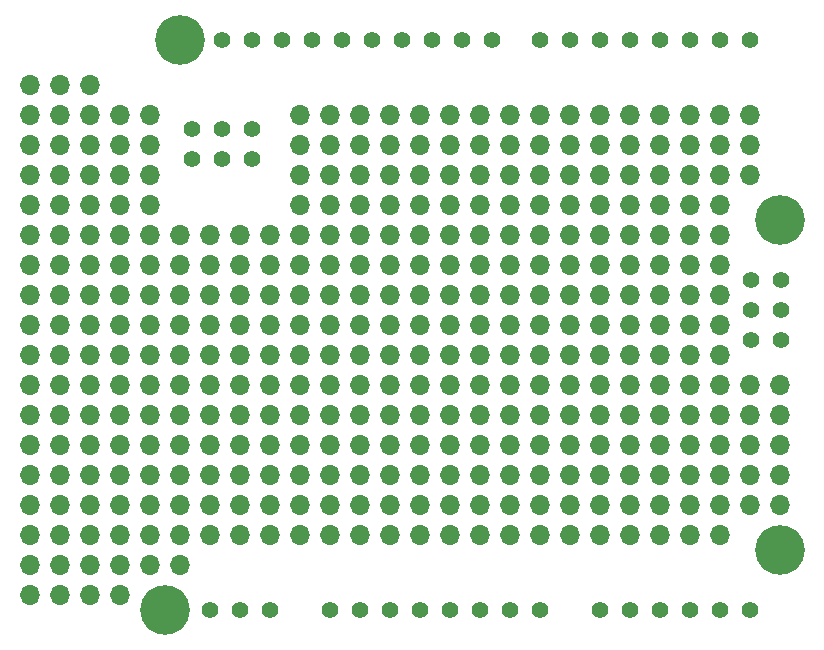
<source format=gbr>
%TF.GenerationSoftware,KiCad,Pcbnew,(6.0.10)*%
%TF.CreationDate,2023-07-13T12:22:52-04:00*%
%TF.ProjectId,ArduinoUnoR4Shield,41726475-696e-46f5-956e-6f5234536869,1.0*%
%TF.SameCoordinates,Original*%
%TF.FileFunction,Soldermask,Bot*%
%TF.FilePolarity,Negative*%
%FSLAX46Y46*%
G04 Gerber Fmt 4.6, Leading zero omitted, Abs format (unit mm)*
G04 Created by KiCad (PCBNEW (6.0.10)) date 2023-07-13 12:22:52*
%MOMM*%
%LPD*%
G01*
G04 APERTURE LIST*
%ADD10O,1.700000X1.700000*%
%ADD11C,1.422000*%
%ADD12C,4.199890*%
G04 APERTURE END LIST*
D10*
%TO.C,REF\u002A\u002A*%
X109220000Y-90170000D03*
X111760000Y-90170000D03*
X114300000Y-90170000D03*
X116840000Y-90170000D03*
X119380000Y-90170000D03*
X121920000Y-90170000D03*
X124460000Y-90170000D03*
X127000000Y-90170000D03*
X129540000Y-90170000D03*
X132080000Y-90170000D03*
X134620000Y-90170000D03*
X137160000Y-90170000D03*
X139700000Y-90170000D03*
X142240000Y-90170000D03*
X144780000Y-90170000D03*
X147320000Y-90170000D03*
X149860000Y-90170000D03*
X152400000Y-90170000D03*
X154940000Y-90170000D03*
X157480000Y-90170000D03*
X160020000Y-90170000D03*
X162560000Y-90170000D03*
X165100000Y-90170000D03*
X167640000Y-90170000D03*
%TD*%
%TO.C,REF\u002A\u002A*%
X109220000Y-97790000D03*
X111760000Y-97790000D03*
X114300000Y-97790000D03*
X116840000Y-97790000D03*
X119380000Y-97790000D03*
X121920000Y-97790000D03*
X124460000Y-97790000D03*
X127000000Y-97790000D03*
X129540000Y-97790000D03*
X132080000Y-97790000D03*
X134620000Y-97790000D03*
X137160000Y-97790000D03*
X139700000Y-97790000D03*
X142240000Y-97790000D03*
X144780000Y-97790000D03*
X147320000Y-97790000D03*
X149860000Y-97790000D03*
X152400000Y-97790000D03*
X154940000Y-97790000D03*
X157480000Y-97790000D03*
X160020000Y-97790000D03*
X162560000Y-97790000D03*
X165100000Y-97790000D03*
X167640000Y-97790000D03*
X170180000Y-97790000D03*
X172720000Y-97790000D03*
%TD*%
D11*
%TO.C,U1*%
X124474990Y-116840010D03*
X127014990Y-116840010D03*
X129554990Y-116840010D03*
%TD*%
D10*
%TO.C,REF\u002A\u002A*%
X109220000Y-77470000D03*
X111760000Y-77470000D03*
X114300000Y-77470000D03*
X116840000Y-77470000D03*
X119380000Y-77470000D03*
X132080000Y-77470000D03*
X134620000Y-77470000D03*
X137160000Y-77470000D03*
X139700000Y-77470000D03*
X142240000Y-77470000D03*
X144780000Y-77470000D03*
X147320000Y-77470000D03*
X149860000Y-77470000D03*
X152400000Y-77470000D03*
X154940000Y-77470000D03*
X157480000Y-77470000D03*
X160020000Y-77470000D03*
X162560000Y-77470000D03*
X165100000Y-77470000D03*
X167640000Y-77470000D03*
X170180000Y-77470000D03*
%TD*%
%TO.C,REF\u002A\u002A*%
X109220000Y-85090000D03*
X111760000Y-85090000D03*
X114300000Y-85090000D03*
X116840000Y-85090000D03*
X119380000Y-85090000D03*
X121920000Y-85090000D03*
X124460000Y-85090000D03*
X127000000Y-85090000D03*
X129540000Y-85090000D03*
X132080000Y-85090000D03*
X134620000Y-85090000D03*
X137160000Y-85090000D03*
X139700000Y-85090000D03*
X142240000Y-85090000D03*
X144780000Y-85090000D03*
X147320000Y-85090000D03*
X149860000Y-85090000D03*
X152400000Y-85090000D03*
X154940000Y-85090000D03*
X157480000Y-85090000D03*
X160020000Y-85090000D03*
X162560000Y-85090000D03*
X165100000Y-85090000D03*
X167640000Y-85090000D03*
%TD*%
D11*
%TO.C,U5*%
X170301990Y-88915010D03*
X172841990Y-88915010D03*
X170301990Y-91455010D03*
X172841990Y-91455010D03*
X170301990Y-93995010D03*
X172841990Y-93995010D03*
%TD*%
D10*
%TO.C,REF\u002A\u002A*%
X109220000Y-102870000D03*
X111760000Y-102870000D03*
X114300000Y-102870000D03*
X116840000Y-102870000D03*
X119380000Y-102870000D03*
X121920000Y-102870000D03*
X124460000Y-102870000D03*
X127000000Y-102870000D03*
X129540000Y-102870000D03*
X132080000Y-102870000D03*
X134620000Y-102870000D03*
X137160000Y-102870000D03*
X139700000Y-102870000D03*
X142240000Y-102870000D03*
X144780000Y-102870000D03*
X147320000Y-102870000D03*
X149860000Y-102870000D03*
X152400000Y-102870000D03*
X154940000Y-102870000D03*
X157480000Y-102870000D03*
X160020000Y-102870000D03*
X162560000Y-102870000D03*
X165100000Y-102870000D03*
X167640000Y-102870000D03*
X170180000Y-102870000D03*
X172720000Y-102870000D03*
%TD*%
%TO.C,REF\u002A\u002A*%
X109220000Y-113030000D03*
X111760000Y-113030000D03*
X114300000Y-113030000D03*
X116840000Y-113030000D03*
X119380000Y-113030000D03*
X121920000Y-113030000D03*
%TD*%
%TO.C,REF\u002A\u002A*%
X109220000Y-115570000D03*
X111760000Y-115570000D03*
X114300000Y-115570000D03*
X116840000Y-115570000D03*
%TD*%
%TO.C,REF\u002A\u002A*%
X109220000Y-100330000D03*
X111760000Y-100330000D03*
X114300000Y-100330000D03*
X116840000Y-100330000D03*
X119380000Y-100330000D03*
X121920000Y-100330000D03*
X124460000Y-100330000D03*
X127000000Y-100330000D03*
X129540000Y-100330000D03*
X132080000Y-100330000D03*
X134620000Y-100330000D03*
X137160000Y-100330000D03*
X139700000Y-100330000D03*
X142240000Y-100330000D03*
X144780000Y-100330000D03*
X147320000Y-100330000D03*
X149860000Y-100330000D03*
X152400000Y-100330000D03*
X154940000Y-100330000D03*
X157480000Y-100330000D03*
X160020000Y-100330000D03*
X162560000Y-100330000D03*
X165100000Y-100330000D03*
X167640000Y-100330000D03*
X170180000Y-100330000D03*
X172720000Y-100330000D03*
%TD*%
%TO.C,REF\u002A\u002A*%
X109220000Y-105410000D03*
X111760000Y-105410000D03*
X114300000Y-105410000D03*
X116840000Y-105410000D03*
X119380000Y-105410000D03*
X121920000Y-105410000D03*
X124460000Y-105410000D03*
X127000000Y-105410000D03*
X129540000Y-105410000D03*
X132080000Y-105410000D03*
X134620000Y-105410000D03*
X137160000Y-105410000D03*
X139700000Y-105410000D03*
X142240000Y-105410000D03*
X144780000Y-105410000D03*
X147320000Y-105410000D03*
X149860000Y-105410000D03*
X152400000Y-105410000D03*
X154940000Y-105410000D03*
X157480000Y-105410000D03*
X160020000Y-105410000D03*
X162560000Y-105410000D03*
X165100000Y-105410000D03*
X167640000Y-105410000D03*
X170180000Y-105410000D03*
X172720000Y-105410000D03*
%TD*%
%TO.C,REF\u002A\u002A*%
X109220000Y-87630000D03*
X111760000Y-87630000D03*
X114300000Y-87630000D03*
X116840000Y-87630000D03*
X119380000Y-87630000D03*
X121920000Y-87630000D03*
X124460000Y-87630000D03*
X127000000Y-87630000D03*
X129540000Y-87630000D03*
X132080000Y-87630000D03*
X134620000Y-87630000D03*
X137160000Y-87630000D03*
X139700000Y-87630000D03*
X142240000Y-87630000D03*
X144780000Y-87630000D03*
X147320000Y-87630000D03*
X149860000Y-87630000D03*
X152400000Y-87630000D03*
X154940000Y-87630000D03*
X157480000Y-87630000D03*
X160020000Y-87630000D03*
X162560000Y-87630000D03*
X165100000Y-87630000D03*
X167640000Y-87630000D03*
%TD*%
%TO.C,REF\u002A\u002A*%
X109220000Y-92710000D03*
X111760000Y-92710000D03*
X114300000Y-92710000D03*
X116840000Y-92710000D03*
X119380000Y-92710000D03*
X121920000Y-92710000D03*
X124460000Y-92710000D03*
X127000000Y-92710000D03*
X129540000Y-92710000D03*
X132080000Y-92710000D03*
X134620000Y-92710000D03*
X137160000Y-92710000D03*
X139700000Y-92710000D03*
X142240000Y-92710000D03*
X144780000Y-92710000D03*
X147320000Y-92710000D03*
X149860000Y-92710000D03*
X152400000Y-92710000D03*
X154940000Y-92710000D03*
X157480000Y-92710000D03*
X160020000Y-92710000D03*
X162560000Y-92710000D03*
X165100000Y-92710000D03*
X167640000Y-92710000D03*
%TD*%
D12*
%TO.C,H1*%
X172720000Y-83820010D03*
%TD*%
D10*
%TO.C,REF\u002A\u002A*%
X109220000Y-72390000D03*
X111760000Y-72390000D03*
X114300000Y-72390000D03*
%TD*%
%TO.C,REF\u002A\u002A*%
X109220000Y-110490000D03*
X111760000Y-110490000D03*
X114300000Y-110490000D03*
X116840000Y-110490000D03*
X119380000Y-110490000D03*
X121920000Y-110490000D03*
X124460000Y-110490000D03*
X127000000Y-110490000D03*
X129540000Y-110490000D03*
X132080000Y-110490000D03*
X134620000Y-110490000D03*
X137160000Y-110490000D03*
X139700000Y-110490000D03*
X142240000Y-110490000D03*
X144780000Y-110490000D03*
X147320000Y-110490000D03*
X149860000Y-110490000D03*
X152400000Y-110490000D03*
X154940000Y-110490000D03*
X157480000Y-110490000D03*
X160020000Y-110490000D03*
X162560000Y-110490000D03*
X165100000Y-110490000D03*
X167640000Y-110490000D03*
%TD*%
D11*
%TO.C,U7*%
X152399990Y-68580010D03*
X154939990Y-68580010D03*
X157479990Y-68580010D03*
X160019990Y-68580010D03*
X162559990Y-68580010D03*
X165099990Y-68580010D03*
X167639990Y-68580010D03*
X170179990Y-68580010D03*
%TD*%
D10*
%TO.C,REF\u002A\u002A*%
X109220000Y-107950000D03*
X111760000Y-107950000D03*
X114300000Y-107950000D03*
X116840000Y-107950000D03*
X119380000Y-107950000D03*
X121920000Y-107950000D03*
X124460000Y-107950000D03*
X127000000Y-107950000D03*
X129540000Y-107950000D03*
X132080000Y-107950000D03*
X134620000Y-107950000D03*
X137160000Y-107950000D03*
X139700000Y-107950000D03*
X142240000Y-107950000D03*
X144780000Y-107950000D03*
X147320000Y-107950000D03*
X149860000Y-107950000D03*
X152400000Y-107950000D03*
X154940000Y-107950000D03*
X157480000Y-107950000D03*
X160020000Y-107950000D03*
X162560000Y-107950000D03*
X165100000Y-107950000D03*
X167640000Y-107950000D03*
X170180000Y-107950000D03*
X172720000Y-107950000D03*
%TD*%
D11*
%TO.C,U6*%
X125476000Y-68580000D03*
X128016000Y-68580000D03*
X130556000Y-68580000D03*
X133096000Y-68580000D03*
X135636000Y-68580000D03*
X138176000Y-68580000D03*
X140716000Y-68580000D03*
X143256000Y-68580000D03*
X145796000Y-68580000D03*
X148336000Y-68580000D03*
%TD*%
D12*
%TO.C,H4*%
X120650000Y-116840000D03*
%TD*%
D10*
%TO.C,REF\u002A\u002A*%
X109220000Y-95250000D03*
X111760000Y-95250000D03*
X114300000Y-95250000D03*
X116840000Y-95250000D03*
X119380000Y-95250000D03*
X121920000Y-95250000D03*
X124460000Y-95250000D03*
X127000000Y-95250000D03*
X129540000Y-95250000D03*
X132080000Y-95250000D03*
X134620000Y-95250000D03*
X137160000Y-95250000D03*
X139700000Y-95250000D03*
X142240000Y-95250000D03*
X144780000Y-95250000D03*
X147320000Y-95250000D03*
X149860000Y-95250000D03*
X152400000Y-95250000D03*
X154940000Y-95250000D03*
X157480000Y-95250000D03*
X160020000Y-95250000D03*
X162560000Y-95250000D03*
X165100000Y-95250000D03*
X167640000Y-95250000D03*
%TD*%
%TO.C,REF\u002A\u002A*%
X109220000Y-80010000D03*
X111760000Y-80010000D03*
X114300000Y-80010000D03*
X116840000Y-80010000D03*
X119380000Y-80010000D03*
X132080000Y-80010000D03*
X134620000Y-80010000D03*
X137160000Y-80010000D03*
X139700000Y-80010000D03*
X142240000Y-80010000D03*
X144780000Y-80010000D03*
X147320000Y-80010000D03*
X149860000Y-80010000D03*
X152400000Y-80010000D03*
X154940000Y-80010000D03*
X157480000Y-80010000D03*
X160020000Y-80010000D03*
X162560000Y-80010000D03*
X165100000Y-80010000D03*
X167640000Y-80010000D03*
X170180000Y-80010000D03*
%TD*%
D11*
%TO.C,U3*%
X157480000Y-116840000D03*
X160020000Y-116840000D03*
X162560000Y-116840000D03*
X165100000Y-116840000D03*
X167640000Y-116840000D03*
X170180000Y-116840000D03*
%TD*%
%TO.C,U2*%
X134620000Y-116840000D03*
X137160000Y-116840000D03*
X139700000Y-116840000D03*
X142240000Y-116840000D03*
X144780000Y-116840000D03*
X147320000Y-116840000D03*
X149860000Y-116840000D03*
X152400000Y-116840000D03*
%TD*%
D12*
%TO.C,H2*%
X121919990Y-68580010D03*
%TD*%
D10*
%TO.C,REF\u002A\u002A*%
X109220000Y-74930000D03*
X111760000Y-74930000D03*
X114300000Y-74930000D03*
X116840000Y-74930000D03*
X119380000Y-74930000D03*
X132080000Y-74930000D03*
X134620000Y-74930000D03*
X137160000Y-74930000D03*
X139700000Y-74930000D03*
X142240000Y-74930000D03*
X144780000Y-74930000D03*
X147320000Y-74930000D03*
X149860000Y-74930000D03*
X152400000Y-74930000D03*
X154940000Y-74930000D03*
X157480000Y-74930000D03*
X160020000Y-74930000D03*
X162560000Y-74930000D03*
X165100000Y-74930000D03*
X167640000Y-74930000D03*
X170180000Y-74930000D03*
%TD*%
%TO.C,REF\u002A\u002A*%
X109220000Y-82550000D03*
X111760000Y-82550000D03*
X114300000Y-82550000D03*
X116840000Y-82550000D03*
X119380000Y-82550000D03*
X132080000Y-82550000D03*
X134620000Y-82550000D03*
X137160000Y-82550000D03*
X139700000Y-82550000D03*
X142240000Y-82550000D03*
X144780000Y-82550000D03*
X147320000Y-82550000D03*
X149860000Y-82550000D03*
X152400000Y-82550000D03*
X154940000Y-82550000D03*
X157480000Y-82550000D03*
X160020000Y-82550000D03*
X162560000Y-82550000D03*
X165100000Y-82550000D03*
X167640000Y-82550000D03*
%TD*%
D11*
%TO.C,U4*%
X128016000Y-76149200D03*
X128016000Y-78689200D03*
X125476000Y-76149200D03*
X125476000Y-78689200D03*
X122936000Y-76149200D03*
X122936000Y-78689200D03*
%TD*%
D12*
%TO.C,H3*%
X172720000Y-111760000D03*
%TD*%
M02*

</source>
